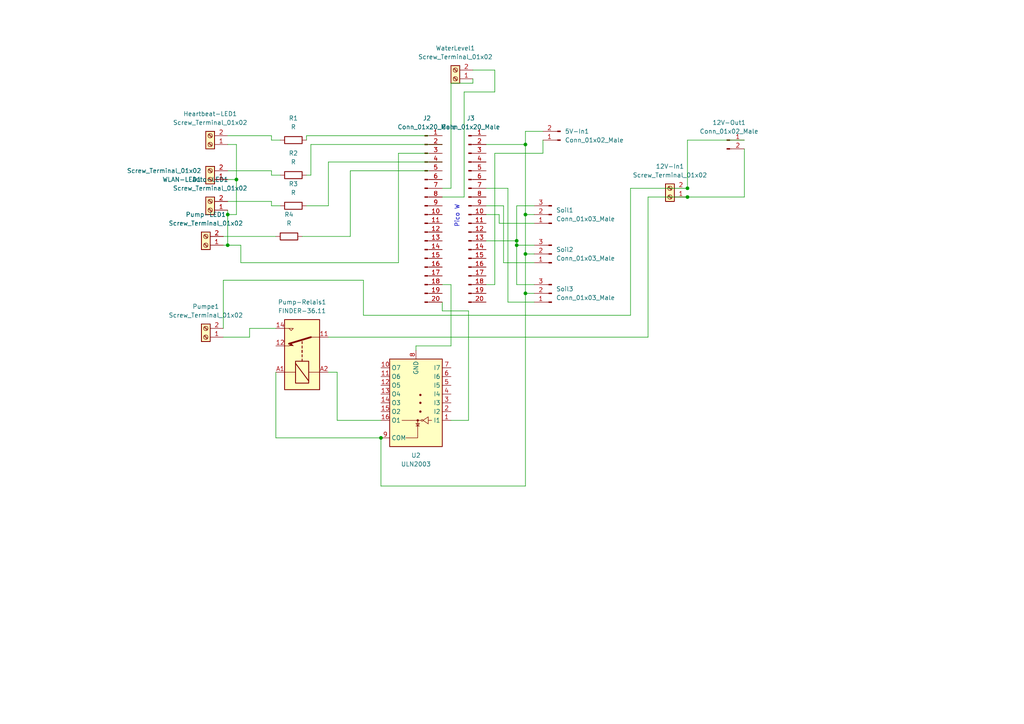
<source format=kicad_sch>
(kicad_sch (version 20211123) (generator eeschema)

  (uuid edcb1de5-d292-429a-a863-131d19b76a56)

  (paper "A4")

  (lib_symbols
    (symbol "Connector:Conn_01x02_Male" (pin_names (offset 1.016) hide) (in_bom yes) (on_board yes)
      (property "Reference" "J" (id 0) (at 0 2.54 0)
        (effects (font (size 1.27 1.27)))
      )
      (property "Value" "Conn_01x02_Male" (id 1) (at 0 -5.08 0)
        (effects (font (size 1.27 1.27)))
      )
      (property "Footprint" "" (id 2) (at 0 0 0)
        (effects (font (size 1.27 1.27)) hide)
      )
      (property "Datasheet" "~" (id 3) (at 0 0 0)
        (effects (font (size 1.27 1.27)) hide)
      )
      (property "ki_keywords" "connector" (id 4) (at 0 0 0)
        (effects (font (size 1.27 1.27)) hide)
      )
      (property "ki_description" "Generic connector, single row, 01x02, script generated (kicad-library-utils/schlib/autogen/connector/)" (id 5) (at 0 0 0)
        (effects (font (size 1.27 1.27)) hide)
      )
      (property "ki_fp_filters" "Connector*:*_1x??_*" (id 6) (at 0 0 0)
        (effects (font (size 1.27 1.27)) hide)
      )
      (symbol "Conn_01x02_Male_1_1"
        (polyline
          (pts
            (xy 1.27 -2.54)
            (xy 0.8636 -2.54)
          )
          (stroke (width 0.1524) (type default) (color 0 0 0 0))
          (fill (type none))
        )
        (polyline
          (pts
            (xy 1.27 0)
            (xy 0.8636 0)
          )
          (stroke (width 0.1524) (type default) (color 0 0 0 0))
          (fill (type none))
        )
        (rectangle (start 0.8636 -2.413) (end 0 -2.667)
          (stroke (width 0.1524) (type default) (color 0 0 0 0))
          (fill (type outline))
        )
        (rectangle (start 0.8636 0.127) (end 0 -0.127)
          (stroke (width 0.1524) (type default) (color 0 0 0 0))
          (fill (type outline))
        )
        (pin passive line (at 5.08 0 180) (length 3.81)
          (name "Pin_1" (effects (font (size 1.27 1.27))))
          (number "1" (effects (font (size 1.27 1.27))))
        )
        (pin passive line (at 5.08 -2.54 180) (length 3.81)
          (name "Pin_2" (effects (font (size 1.27 1.27))))
          (number "2" (effects (font (size 1.27 1.27))))
        )
      )
    )
    (symbol "Connector:Conn_01x03_Male" (pin_names (offset 1.016) hide) (in_bom yes) (on_board yes)
      (property "Reference" "J" (id 0) (at 0 5.08 0)
        (effects (font (size 1.27 1.27)))
      )
      (property "Value" "Conn_01x03_Male" (id 1) (at 0 -5.08 0)
        (effects (font (size 1.27 1.27)))
      )
      (property "Footprint" "" (id 2) (at 0 0 0)
        (effects (font (size 1.27 1.27)) hide)
      )
      (property "Datasheet" "~" (id 3) (at 0 0 0)
        (effects (font (size 1.27 1.27)) hide)
      )
      (property "ki_keywords" "connector" (id 4) (at 0 0 0)
        (effects (font (size 1.27 1.27)) hide)
      )
      (property "ki_description" "Generic connector, single row, 01x03, script generated (kicad-library-utils/schlib/autogen/connector/)" (id 5) (at 0 0 0)
        (effects (font (size 1.27 1.27)) hide)
      )
      (property "ki_fp_filters" "Connector*:*_1x??_*" (id 6) (at 0 0 0)
        (effects (font (size 1.27 1.27)) hide)
      )
      (symbol "Conn_01x03_Male_1_1"
        (polyline
          (pts
            (xy 1.27 -2.54)
            (xy 0.8636 -2.54)
          )
          (stroke (width 0.1524) (type default) (color 0 0 0 0))
          (fill (type none))
        )
        (polyline
          (pts
            (xy 1.27 0)
            (xy 0.8636 0)
          )
          (stroke (width 0.1524) (type default) (color 0 0 0 0))
          (fill (type none))
        )
        (polyline
          (pts
            (xy 1.27 2.54)
            (xy 0.8636 2.54)
          )
          (stroke (width 0.1524) (type default) (color 0 0 0 0))
          (fill (type none))
        )
        (rectangle (start 0.8636 -2.413) (end 0 -2.667)
          (stroke (width 0.1524) (type default) (color 0 0 0 0))
          (fill (type outline))
        )
        (rectangle (start 0.8636 0.127) (end 0 -0.127)
          (stroke (width 0.1524) (type default) (color 0 0 0 0))
          (fill (type outline))
        )
        (rectangle (start 0.8636 2.667) (end 0 2.413)
          (stroke (width 0.1524) (type default) (color 0 0 0 0))
          (fill (type outline))
        )
        (pin passive line (at 5.08 2.54 180) (length 3.81)
          (name "Pin_1" (effects (font (size 1.27 1.27))))
          (number "1" (effects (font (size 1.27 1.27))))
        )
        (pin passive line (at 5.08 0 180) (length 3.81)
          (name "Pin_2" (effects (font (size 1.27 1.27))))
          (number "2" (effects (font (size 1.27 1.27))))
        )
        (pin passive line (at 5.08 -2.54 180) (length 3.81)
          (name "Pin_3" (effects (font (size 1.27 1.27))))
          (number "3" (effects (font (size 1.27 1.27))))
        )
      )
    )
    (symbol "Connector:Conn_01x20_Male" (pin_names (offset 1.016) hide) (in_bom yes) (on_board yes)
      (property "Reference" "J" (id 0) (at 0 25.4 0)
        (effects (font (size 1.27 1.27)))
      )
      (property "Value" "Conn_01x20_Male" (id 1) (at 0 -27.94 0)
        (effects (font (size 1.27 1.27)))
      )
      (property "Footprint" "" (id 2) (at 0 0 0)
        (effects (font (size 1.27 1.27)) hide)
      )
      (property "Datasheet" "~" (id 3) (at 0 0 0)
        (effects (font (size 1.27 1.27)) hide)
      )
      (property "ki_keywords" "connector" (id 4) (at 0 0 0)
        (effects (font (size 1.27 1.27)) hide)
      )
      (property "ki_description" "Generic connector, single row, 01x20, script generated (kicad-library-utils/schlib/autogen/connector/)" (id 5) (at 0 0 0)
        (effects (font (size 1.27 1.27)) hide)
      )
      (property "ki_fp_filters" "Connector*:*_1x??_*" (id 6) (at 0 0 0)
        (effects (font (size 1.27 1.27)) hide)
      )
      (symbol "Conn_01x20_Male_1_1"
        (polyline
          (pts
            (xy 1.27 -25.4)
            (xy 0.8636 -25.4)
          )
          (stroke (width 0.1524) (type default) (color 0 0 0 0))
          (fill (type none))
        )
        (polyline
          (pts
            (xy 1.27 -22.86)
            (xy 0.8636 -22.86)
          )
          (stroke (width 0.1524) (type default) (color 0 0 0 0))
          (fill (type none))
        )
        (polyline
          (pts
            (xy 1.27 -20.32)
            (xy 0.8636 -20.32)
          )
          (stroke (width 0.1524) (type default) (color 0 0 0 0))
          (fill (type none))
        )
        (polyline
          (pts
            (xy 1.27 -17.78)
            (xy 0.8636 -17.78)
          )
          (stroke (width 0.1524) (type default) (color 0 0 0 0))
          (fill (type none))
        )
        (polyline
          (pts
            (xy 1.27 -15.24)
            (xy 0.8636 -15.24)
          )
          (stroke (width 0.1524) (type default) (color 0 0 0 0))
          (fill (type none))
        )
        (polyline
          (pts
            (xy 1.27 -12.7)
            (xy 0.8636 -12.7)
          )
          (stroke (width 0.1524) (type default) (color 0 0 0 0))
          (fill (type none))
        )
        (polyline
          (pts
            (xy 1.27 -10.16)
            (xy 0.8636 -10.16)
          )
          (stroke (width 0.1524) (type default) (color 0 0 0 0))
          (fill (type none))
        )
        (polyline
          (pts
            (xy 1.27 -7.62)
            (xy 0.8636 -7.62)
          )
          (stroke (width 0.1524) (type default) (color 0 0 0 0))
          (fill (type none))
        )
        (polyline
          (pts
            (xy 1.27 -5.08)
            (xy 0.8636 -5.08)
          )
          (stroke (width 0.1524) (type default) (color 0 0 0 0))
          (fill (type none))
        )
        (polyline
          (pts
            (xy 1.27 -2.54)
            (xy 0.8636 -2.54)
          )
          (stroke (width 0.1524) (type default) (color 0 0 0 0))
          (fill (type none))
        )
        (polyline
          (pts
            (xy 1.27 0)
            (xy 0.8636 0)
          )
          (stroke (width 0.1524) (type default) (color 0 0 0 0))
          (fill (type none))
        )
        (polyline
          (pts
            (xy 1.27 2.54)
            (xy 0.8636 2.54)
          )
          (stroke (width 0.1524) (type default) (color 0 0 0 0))
          (fill (type none))
        )
        (polyline
          (pts
            (xy 1.27 5.08)
            (xy 0.8636 5.08)
          )
          (stroke (width 0.1524) (type default) (color 0 0 0 0))
          (fill (type none))
        )
        (polyline
          (pts
            (xy 1.27 7.62)
            (xy 0.8636 7.62)
          )
          (stroke (width 0.1524) (type default) (color 0 0 0 0))
          (fill (type none))
        )
        (polyline
          (pts
            (xy 1.27 10.16)
            (xy 0.8636 10.16)
          )
          (stroke (width 0.1524) (type default) (color 0 0 0 0))
          (fill (type none))
        )
        (polyline
          (pts
            (xy 1.27 12.7)
            (xy 0.8636 12.7)
          )
          (stroke (width 0.1524) (type default) (color 0 0 0 0))
          (fill (type none))
        )
        (polyline
          (pts
            (xy 1.27 15.24)
            (xy 0.8636 15.24)
          )
          (stroke (width 0.1524) (type default) (color 0 0 0 0))
          (fill (type none))
        )
        (polyline
          (pts
            (xy 1.27 17.78)
            (xy 0.8636 17.78)
          )
          (stroke (width 0.1524) (type default) (color 0 0 0 0))
          (fill (type none))
        )
        (polyline
          (pts
            (xy 1.27 20.32)
            (xy 0.8636 20.32)
          )
          (stroke (width 0.1524) (type default) (color 0 0 0 0))
          (fill (type none))
        )
        (polyline
          (pts
            (xy 1.27 22.86)
            (xy 0.8636 22.86)
          )
          (stroke (width 0.1524) (type default) (color 0 0 0 0))
          (fill (type none))
        )
        (rectangle (start 0.8636 -25.273) (end 0 -25.527)
          (stroke (width 0.1524) (type default) (color 0 0 0 0))
          (fill (type outline))
        )
        (rectangle (start 0.8636 -22.733) (end 0 -22.987)
          (stroke (width 0.1524) (type default) (color 0 0 0 0))
          (fill (type outline))
        )
        (rectangle (start 0.8636 -20.193) (end 0 -20.447)
          (stroke (width 0.1524) (type default) (color 0 0 0 0))
          (fill (type outline))
        )
        (rectangle (start 0.8636 -17.653) (end 0 -17.907)
          (stroke (width 0.1524) (type default) (color 0 0 0 0))
          (fill (type outline))
        )
        (rectangle (start 0.8636 -15.113) (end 0 -15.367)
          (stroke (width 0.1524) (type default) (color 0 0 0 0))
          (fill (type outline))
        )
        (rectangle (start 0.8636 -12.573) (end 0 -12.827)
          (stroke (width 0.1524) (type default) (color 0 0 0 0))
          (fill (type outline))
        )
        (rectangle (start 0.8636 -10.033) (end 0 -10.287)
          (stroke (width 0.1524) (type default) (color 0 0 0 0))
          (fill (type outline))
        )
        (rectangle (start 0.8636 -7.493) (end 0 -7.747)
          (stroke (width 0.1524) (type default) (color 0 0 0 0))
          (fill (type outline))
        )
        (rectangle (start 0.8636 -4.953) (end 0 -5.207)
          (stroke (width 0.1524) (type default) (color 0 0 0 0))
          (fill (type outline))
        )
        (rectangle (start 0.8636 -2.413) (end 0 -2.667)
          (stroke (width 0.1524) (type default) (color 0 0 0 0))
          (fill (type outline))
        )
        (rectangle (start 0.8636 0.127) (end 0 -0.127)
          (stroke (width 0.1524) (type default) (color 0 0 0 0))
          (fill (type outline))
        )
        (rectangle (start 0.8636 2.667) (end 0 2.413)
          (stroke (width 0.1524) (type default) (color 0 0 0 0))
          (fill (type outline))
        )
        (rectangle (start 0.8636 5.207) (end 0 4.953)
          (stroke (width 0.1524) (type default) (color 0 0 0 0))
          (fill (type outline))
        )
        (rectangle (start 0.8636 7.747) (end 0 7.493)
          (stroke (width 0.1524) (type default) (color 0 0 0 0))
          (fill (type outline))
        )
        (rectangle (start 0.8636 10.287) (end 0 10.033)
          (stroke (width 0.1524) (type default) (color 0 0 0 0))
          (fill (type outline))
        )
        (rectangle (start 0.8636 12.827) (end 0 12.573)
          (stroke (width 0.1524) (type default) (color 0 0 0 0))
          (fill (type outline))
        )
        (rectangle (start 0.8636 15.367) (end 0 15.113)
          (stroke (width 0.1524) (type default) (color 0 0 0 0))
          (fill (type outline))
        )
        (rectangle (start 0.8636 17.907) (end 0 17.653)
          (stroke (width 0.1524) (type default) (color 0 0 0 0))
          (fill (type outline))
        )
        (rectangle (start 0.8636 20.447) (end 0 20.193)
          (stroke (width 0.1524) (type default) (color 0 0 0 0))
          (fill (type outline))
        )
        (rectangle (start 0.8636 22.987) (end 0 22.733)
          (stroke (width 0.1524) (type default) (color 0 0 0 0))
          (fill (type outline))
        )
        (pin passive line (at 5.08 22.86 180) (length 3.81)
          (name "Pin_1" (effects (font (size 1.27 1.27))))
          (number "1" (effects (font (size 1.27 1.27))))
        )
        (pin passive line (at 5.08 0 180) (length 3.81)
          (name "Pin_10" (effects (font (size 1.27 1.27))))
          (number "10" (effects (font (size 1.27 1.27))))
        )
        (pin passive line (at 5.08 -2.54 180) (length 3.81)
          (name "Pin_11" (effects (font (size 1.27 1.27))))
          (number "11" (effects (font (size 1.27 1.27))))
        )
        (pin passive line (at 5.08 -5.08 180) (length 3.81)
          (name "Pin_12" (effects (font (size 1.27 1.27))))
          (number "12" (effects (font (size 1.27 1.27))))
        )
        (pin passive line (at 5.08 -7.62 180) (length 3.81)
          (name "Pin_13" (effects (font (size 1.27 1.27))))
          (number "13" (effects (font (size 1.27 1.27))))
        )
        (pin passive line (at 5.08 -10.16 180) (length 3.81)
          (name "Pin_14" (effects (font (size 1.27 1.27))))
          (number "14" (effects (font (size 1.27 1.27))))
        )
        (pin passive line (at 5.08 -12.7 180) (length 3.81)
          (name "Pin_15" (effects (font (size 1.27 1.27))))
          (number "15" (effects (font (size 1.27 1.27))))
        )
        (pin passive line (at 5.08 -15.24 180) (length 3.81)
          (name "Pin_16" (effects (font (size 1.27 1.27))))
          (number "16" (effects (font (size 1.27 1.27))))
        )
        (pin passive line (at 5.08 -17.78 180) (length 3.81)
          (name "Pin_17" (effects (font (size 1.27 1.27))))
          (number "17" (effects (font (size 1.27 1.27))))
        )
        (pin passive line (at 5.08 -20.32 180) (length 3.81)
          (name "Pin_18" (effects (font (size 1.27 1.27))))
          (number "18" (effects (font (size 1.27 1.27))))
        )
        (pin passive line (at 5.08 -22.86 180) (length 3.81)
          (name "Pin_19" (effects (font (size 1.27 1.27))))
          (number "19" (effects (font (size 1.27 1.27))))
        )
        (pin passive line (at 5.08 20.32 180) (length 3.81)
          (name "Pin_2" (effects (font (size 1.27 1.27))))
          (number "2" (effects (font (size 1.27 1.27))))
        )
        (pin passive line (at 5.08 -25.4 180) (length 3.81)
          (name "Pin_20" (effects (font (size 1.27 1.27))))
          (number "20" (effects (font (size 1.27 1.27))))
        )
        (pin passive line (at 5.08 17.78 180) (length 3.81)
          (name "Pin_3" (effects (font (size 1.27 1.27))))
          (number "3" (effects (font (size 1.27 1.27))))
        )
        (pin passive line (at 5.08 15.24 180) (length 3.81)
          (name "Pin_4" (effects (font (size 1.27 1.27))))
          (number "4" (effects (font (size 1.27 1.27))))
        )
        (pin passive line (at 5.08 12.7 180) (length 3.81)
          (name "Pin_5" (effects (font (size 1.27 1.27))))
          (number "5" (effects (font (size 1.27 1.27))))
        )
        (pin passive line (at 5.08 10.16 180) (length 3.81)
          (name "Pin_6" (effects (font (size 1.27 1.27))))
          (number "6" (effects (font (size 1.27 1.27))))
        )
        (pin passive line (at 5.08 7.62 180) (length 3.81)
          (name "Pin_7" (effects (font (size 1.27 1.27))))
          (number "7" (effects (font (size 1.27 1.27))))
        )
        (pin passive line (at 5.08 5.08 180) (length 3.81)
          (name "Pin_8" (effects (font (size 1.27 1.27))))
          (number "8" (effects (font (size 1.27 1.27))))
        )
        (pin passive line (at 5.08 2.54 180) (length 3.81)
          (name "Pin_9" (effects (font (size 1.27 1.27))))
          (number "9" (effects (font (size 1.27 1.27))))
        )
      )
    )
    (symbol "Connector:Screw_Terminal_01x02" (pin_names (offset 1.016) hide) (in_bom yes) (on_board yes)
      (property "Reference" "J" (id 0) (at 0 2.54 0)
        (effects (font (size 1.27 1.27)))
      )
      (property "Value" "Screw_Terminal_01x02" (id 1) (at 0 -5.08 0)
        (effects (font (size 1.27 1.27)))
      )
      (property "Footprint" "" (id 2) (at 0 0 0)
        (effects (font (size 1.27 1.27)) hide)
      )
      (property "Datasheet" "~" (id 3) (at 0 0 0)
        (effects (font (size 1.27 1.27)) hide)
      )
      (property "ki_keywords" "screw terminal" (id 4) (at 0 0 0)
        (effects (font (size 1.27 1.27)) hide)
      )
      (property "ki_description" "Generic screw terminal, single row, 01x02, script generated (kicad-library-utils/schlib/autogen/connector/)" (id 5) (at 0 0 0)
        (effects (font (size 1.27 1.27)) hide)
      )
      (property "ki_fp_filters" "TerminalBlock*:*" (id 6) (at 0 0 0)
        (effects (font (size 1.27 1.27)) hide)
      )
      (symbol "Screw_Terminal_01x02_1_1"
        (rectangle (start -1.27 1.27) (end 1.27 -3.81)
          (stroke (width 0.254) (type default) (color 0 0 0 0))
          (fill (type background))
        )
        (circle (center 0 -2.54) (radius 0.635)
          (stroke (width 0.1524) (type default) (color 0 0 0 0))
          (fill (type none))
        )
        (polyline
          (pts
            (xy -0.5334 -2.2098)
            (xy 0.3302 -3.048)
          )
          (stroke (width 0.1524) (type default) (color 0 0 0 0))
          (fill (type none))
        )
        (polyline
          (pts
            (xy -0.5334 0.3302)
            (xy 0.3302 -0.508)
          )
          (stroke (width 0.1524) (type default) (color 0 0 0 0))
          (fill (type none))
        )
        (polyline
          (pts
            (xy -0.3556 -2.032)
            (xy 0.508 -2.8702)
          )
          (stroke (width 0.1524) (type default) (color 0 0 0 0))
          (fill (type none))
        )
        (polyline
          (pts
            (xy -0.3556 0.508)
            (xy 0.508 -0.3302)
          )
          (stroke (width 0.1524) (type default) (color 0 0 0 0))
          (fill (type none))
        )
        (circle (center 0 0) (radius 0.635)
          (stroke (width 0.1524) (type default) (color 0 0 0 0))
          (fill (type none))
        )
        (pin passive line (at -5.08 0 0) (length 3.81)
          (name "Pin_1" (effects (font (size 1.27 1.27))))
          (number "1" (effects (font (size 1.27 1.27))))
        )
        (pin passive line (at -5.08 -2.54 0) (length 3.81)
          (name "Pin_2" (effects (font (size 1.27 1.27))))
          (number "2" (effects (font (size 1.27 1.27))))
        )
      )
    )
    (symbol "Device:R" (pin_numbers hide) (pin_names (offset 0)) (in_bom yes) (on_board yes)
      (property "Reference" "R" (id 0) (at 2.032 0 90)
        (effects (font (size 1.27 1.27)))
      )
      (property "Value" "R" (id 1) (at 0 0 90)
        (effects (font (size 1.27 1.27)))
      )
      (property "Footprint" "" (id 2) (at -1.778 0 90)
        (effects (font (size 1.27 1.27)) hide)
      )
      (property "Datasheet" "~" (id 3) (at 0 0 0)
        (effects (font (size 1.27 1.27)) hide)
      )
      (property "ki_keywords" "R res resistor" (id 4) (at 0 0 0)
        (effects (font (size 1.27 1.27)) hide)
      )
      (property "ki_description" "Resistor" (id 5) (at 0 0 0)
        (effects (font (size 1.27 1.27)) hide)
      )
      (property "ki_fp_filters" "R_*" (id 6) (at 0 0 0)
        (effects (font (size 1.27 1.27)) hide)
      )
      (symbol "R_0_1"
        (rectangle (start -1.016 -2.54) (end 1.016 2.54)
          (stroke (width 0.254) (type default) (color 0 0 0 0))
          (fill (type none))
        )
      )
      (symbol "R_1_1"
        (pin passive line (at 0 3.81 270) (length 1.27)
          (name "~" (effects (font (size 1.27 1.27))))
          (number "1" (effects (font (size 1.27 1.27))))
        )
        (pin passive line (at 0 -3.81 90) (length 1.27)
          (name "~" (effects (font (size 1.27 1.27))))
          (number "2" (effects (font (size 1.27 1.27))))
        )
      )
    )
    (symbol "Relay:FINDER-36.11" (in_bom yes) (on_board yes)
      (property "Reference" "K" (id 0) (at 11.43 3.81 0)
        (effects (font (size 1.27 1.27)) (justify left))
      )
      (property "Value" "FINDER-36.11" (id 1) (at 11.43 1.27 0)
        (effects (font (size 1.27 1.27)) (justify left))
      )
      (property "Footprint" "Relay_THT:Relay_SPDT_Finder_36.11" (id 2) (at 32.258 -0.762 0)
        (effects (font (size 1.27 1.27)) hide)
      )
      (property "Datasheet" "https://gfinder.findernet.com/public/attachments/36/EN/S36EN.pdf" (id 3) (at 0 0 0)
        (effects (font (size 1.27 1.27)) hide)
      )
      (property "ki_keywords" "spdt relay" (id 4) (at 0 0 0)
        (effects (font (size 1.27 1.27)) hide)
      )
      (property "ki_description" "FINDER 36.11, SPDT relay, 10A" (id 5) (at 0 0 0)
        (effects (font (size 1.27 1.27)) hide)
      )
      (property "ki_fp_filters" "Relay*SPDT*Finder*36.11*" (id 6) (at 0 0 0)
        (effects (font (size 1.27 1.27)) hide)
      )
      (symbol "FINDER-36.11_0_0"
        (polyline
          (pts
            (xy 2.54 3.81)
            (xy 2.54 5.08)
          )
          (stroke (width 0) (type default) (color 0 0 0 0))
          (fill (type none))
        )
        (polyline
          (pts
            (xy 7.62 3.81)
            (xy 7.62 5.08)
          )
          (stroke (width 0) (type default) (color 0 0 0 0))
          (fill (type none))
        )
        (polyline
          (pts
            (xy 7.62 3.81)
            (xy 7.62 2.54)
            (xy 6.985 3.175)
            (xy 7.62 3.81)
          )
          (stroke (width 0) (type default) (color 0 0 0 0))
          (fill (type none))
        )
      )
      (symbol "FINDER-36.11_0_1"
        (rectangle (start -10.16 5.08) (end 10.16 -5.08)
          (stroke (width 0.254) (type default) (color 0 0 0 0))
          (fill (type background))
        )
        (rectangle (start -8.255 1.905) (end -1.905 -1.905)
          (stroke (width 0.254) (type default) (color 0 0 0 0))
          (fill (type none))
        )
        (polyline
          (pts
            (xy -7.62 -1.905)
            (xy -2.54 1.905)
          )
          (stroke (width 0.254) (type default) (color 0 0 0 0))
          (fill (type none))
        )
        (polyline
          (pts
            (xy -5.08 -5.08)
            (xy -5.08 -1.905)
          )
          (stroke (width 0) (type default) (color 0 0 0 0))
          (fill (type none))
        )
        (polyline
          (pts
            (xy -5.08 5.08)
            (xy -5.08 1.905)
          )
          (stroke (width 0) (type default) (color 0 0 0 0))
          (fill (type none))
        )
        (polyline
          (pts
            (xy -1.905 0)
            (xy -1.27 0)
          )
          (stroke (width 0.254) (type default) (color 0 0 0 0))
          (fill (type none))
        )
        (polyline
          (pts
            (xy -0.635 0)
            (xy 0 0)
          )
          (stroke (width 0.254) (type default) (color 0 0 0 0))
          (fill (type none))
        )
        (polyline
          (pts
            (xy 0.635 0)
            (xy 1.27 0)
          )
          (stroke (width 0.254) (type default) (color 0 0 0 0))
          (fill (type none))
        )
        (polyline
          (pts
            (xy 0.635 0)
            (xy 1.27 0)
          )
          (stroke (width 0.254) (type default) (color 0 0 0 0))
          (fill (type none))
        )
        (polyline
          (pts
            (xy 1.905 0)
            (xy 2.54 0)
          )
          (stroke (width 0.254) (type default) (color 0 0 0 0))
          (fill (type none))
        )
        (polyline
          (pts
            (xy 3.175 0)
            (xy 3.81 0)
          )
          (stroke (width 0.254) (type default) (color 0 0 0 0))
          (fill (type none))
        )
        (polyline
          (pts
            (xy 5.08 -2.54)
            (xy 3.175 3.81)
          )
          (stroke (width 0.508) (type default) (color 0 0 0 0))
          (fill (type none))
        )
        (polyline
          (pts
            (xy 5.08 -2.54)
            (xy 5.08 -5.08)
          )
          (stroke (width 0) (type default) (color 0 0 0 0))
          (fill (type none))
        )
        (polyline
          (pts
            (xy 2.54 2.54)
            (xy 3.175 3.175)
            (xy 2.54 3.81)
          )
          (stroke (width 0) (type default) (color 0 0 0 0))
          (fill (type outline))
        )
      )
      (symbol "FINDER-36.11_1_1"
        (pin passive line (at 5.08 -7.62 90) (length 2.54)
          (name "~" (effects (font (size 1.27 1.27))))
          (number "11" (effects (font (size 1.27 1.27))))
        )
        (pin passive line (at 2.54 7.62 270) (length 2.54)
          (name "~" (effects (font (size 1.27 1.27))))
          (number "12" (effects (font (size 1.27 1.27))))
        )
        (pin passive line (at 7.62 7.62 270) (length 2.54)
          (name "~" (effects (font (size 1.27 1.27))))
          (number "14" (effects (font (size 1.27 1.27))))
        )
        (pin passive line (at -5.08 7.62 270) (length 2.54)
          (name "~" (effects (font (size 1.27 1.27))))
          (number "A1" (effects (font (size 1.27 1.27))))
        )
        (pin passive line (at -5.08 -7.62 90) (length 2.54)
          (name "~" (effects (font (size 1.27 1.27))))
          (number "A2" (effects (font (size 1.27 1.27))))
        )
      )
    )
    (symbol "Transistor_Array:ULN2003" (in_bom yes) (on_board yes)
      (property "Reference" "U" (id 0) (at 0 15.875 0)
        (effects (font (size 1.27 1.27)))
      )
      (property "Value" "ULN2003" (id 1) (at 0 13.97 0)
        (effects (font (size 1.27 1.27)))
      )
      (property "Footprint" "" (id 2) (at 1.27 -13.97 0)
        (effects (font (size 1.27 1.27)) (justify left) hide)
      )
      (property "Datasheet" "http://www.ti.com/lit/ds/symlink/uln2003a.pdf" (id 3) (at 2.54 -5.08 0)
        (effects (font (size 1.27 1.27)) hide)
      )
      (property "ki_keywords" "darlington transistor array" (id 4) (at 0 0 0)
        (effects (font (size 1.27 1.27)) hide)
      )
      (property "ki_description" "High Voltage, High Current Darlington Transistor Arrays, SOIC16/SOIC16W/DIP16/TSSOP16" (id 5) (at 0 0 0)
        (effects (font (size 1.27 1.27)) hide)
      )
      (property "ki_fp_filters" "DIP*W7.62mm* SOIC*3.9x9.9mm*P1.27mm* SSOP*4.4x5.2mm*P0.65mm* TSSOP*4.4x5mm*P0.65mm* SOIC*W*5.3x10.2mm*P1.27mm*" (id 6) (at 0 0 0)
        (effects (font (size 1.27 1.27)) hide)
      )
      (symbol "ULN2003_0_1"
        (rectangle (start -7.62 -12.7) (end 7.62 12.7)
          (stroke (width 0.254) (type default) (color 0 0 0 0))
          (fill (type background))
        )
        (circle (center -1.778 5.08) (radius 0.254)
          (stroke (width 0) (type default) (color 0 0 0 0))
          (fill (type none))
        )
        (circle (center -1.27 -2.286) (radius 0.254)
          (stroke (width 0) (type default) (color 0 0 0 0))
          (fill (type outline))
        )
        (circle (center -1.27 0) (radius 0.254)
          (stroke (width 0) (type default) (color 0 0 0 0))
          (fill (type outline))
        )
        (circle (center -1.27 2.54) (radius 0.254)
          (stroke (width 0) (type default) (color 0 0 0 0))
          (fill (type outline))
        )
        (circle (center -0.508 5.08) (radius 0.254)
          (stroke (width 0) (type default) (color 0 0 0 0))
          (fill (type outline))
        )
        (polyline
          (pts
            (xy -4.572 5.08)
            (xy -3.556 5.08)
          )
          (stroke (width 0) (type default) (color 0 0 0 0))
          (fill (type none))
        )
        (polyline
          (pts
            (xy -1.524 5.08)
            (xy 4.064 5.08)
          )
          (stroke (width 0) (type default) (color 0 0 0 0))
          (fill (type none))
        )
        (polyline
          (pts
            (xy 0 6.731)
            (xy -1.016 6.731)
          )
          (stroke (width 0) (type default) (color 0 0 0 0))
          (fill (type none))
        )
        (polyline
          (pts
            (xy -0.508 5.08)
            (xy -0.508 10.16)
            (xy 2.921 10.16)
          )
          (stroke (width 0) (type default) (color 0 0 0 0))
          (fill (type none))
        )
        (polyline
          (pts
            (xy -3.556 6.096)
            (xy -3.556 4.064)
            (xy -2.032 5.08)
            (xy -3.556 6.096)
          )
          (stroke (width 0) (type default) (color 0 0 0 0))
          (fill (type none))
        )
        (polyline
          (pts
            (xy 0 5.969)
            (xy -1.016 5.969)
            (xy -0.508 6.731)
            (xy 0 5.969)
          )
          (stroke (width 0) (type default) (color 0 0 0 0))
          (fill (type none))
        )
      )
      (symbol "ULN2003_1_1"
        (pin input line (at -10.16 5.08 0) (length 2.54)
          (name "I1" (effects (font (size 1.27 1.27))))
          (number "1" (effects (font (size 1.27 1.27))))
        )
        (pin open_collector line (at 10.16 -10.16 180) (length 2.54)
          (name "O7" (effects (font (size 1.27 1.27))))
          (number "10" (effects (font (size 1.27 1.27))))
        )
        (pin open_collector line (at 10.16 -7.62 180) (length 2.54)
          (name "O6" (effects (font (size 1.27 1.27))))
          (number "11" (effects (font (size 1.27 1.27))))
        )
        (pin open_collector line (at 10.16 -5.08 180) (length 2.54)
          (name "O5" (effects (font (size 1.27 1.27))))
          (number "12" (effects (font (size 1.27 1.27))))
        )
        (pin open_collector line (at 10.16 -2.54 180) (length 2.54)
          (name "O4" (effects (font (size 1.27 1.27))))
          (number "13" (effects (font (size 1.27 1.27))))
        )
        (pin open_collector line (at 10.16 0 180) (length 2.54)
          (name "O3" (effects (font (size 1.27 1.27))))
          (number "14" (effects (font (size 1.27 1.27))))
        )
        (pin open_collector line (at 10.16 2.54 180) (length 2.54)
          (name "O2" (effects (font (size 1.27 1.27))))
          (number "15" (effects (font (size 1.27 1.27))))
        )
        (pin open_collector line (at 10.16 5.08 180) (length 2.54)
          (name "O1" (effects (font (size 1.27 1.27))))
          (number "16" (effects (font (size 1.27 1.27))))
        )
        (pin input line (at -10.16 2.54 0) (length 2.54)
          (name "I2" (effects (font (size 1.27 1.27))))
          (number "2" (effects (font (size 1.27 1.27))))
        )
        (pin input line (at -10.16 0 0) (length 2.54)
          (name "I3" (effects (font (size 1.27 1.27))))
          (number "3" (effects (font (size 1.27 1.27))))
        )
        (pin input line (at -10.16 -2.54 0) (length 2.54)
          (name "I4" (effects (font (size 1.27 1.27))))
          (number "4" (effects (font (size 1.27 1.27))))
        )
        (pin input line (at -10.16 -5.08 0) (length 2.54)
          (name "I5" (effects (font (size 1.27 1.27))))
          (number "5" (effects (font (size 1.27 1.27))))
        )
        (pin input line (at -10.16 -7.62 0) (length 2.54)
          (name "I6" (effects (font (size 1.27 1.27))))
          (number "6" (effects (font (size 1.27 1.27))))
        )
        (pin input line (at -10.16 -10.16 0) (length 2.54)
          (name "I7" (effects (font (size 1.27 1.27))))
          (number "7" (effects (font (size 1.27 1.27))))
        )
        (pin power_in line (at 0 -15.24 90) (length 2.54)
          (name "GND" (effects (font (size 1.27 1.27))))
          (number "8" (effects (font (size 1.27 1.27))))
        )
        (pin passive line (at 10.16 10.16 180) (length 2.54)
          (name "COM" (effects (font (size 1.27 1.27))))
          (number "9" (effects (font (size 1.27 1.27))))
        )
      )
    )
  )

  (junction (at 149.86 71.12) (diameter 0) (color 0 0 0 0)
    (uuid 0084058c-582d-4122-bf49-6d4228956336)
  )
  (junction (at 199.39 57.15) (diameter 0) (color 0 0 0 0)
    (uuid 06d0c194-0ad1-4e5b-b7d7-35a2dd20d68e)
  )
  (junction (at 152.4 41.91) (diameter 0) (color 0 0 0 0)
    (uuid 0e0a38fa-d8c5-4279-a5d5-8910347c01c8)
  )
  (junction (at 152.4 62.23) (diameter 0) (color 0 0 0 0)
    (uuid 1045753e-9e67-46fc-bd1e-bc454ff1e5e1)
  )
  (junction (at 66.04 62.23) (diameter 0) (color 0 0 0 0)
    (uuid 1d285b97-afd5-4104-9e75-8a238449afaf)
  )
  (junction (at 149.86 69.85) (diameter 0) (color 0 0 0 0)
    (uuid 2e5fdd8f-b014-4601-8d13-30b6f0b975fd)
  )
  (junction (at 199.39 54.61) (diameter 0) (color 0 0 0 0)
    (uuid 5021a65e-3526-400e-a2c3-0794ceb5e3b2)
  )
  (junction (at 110.49 127) (diameter 0) (color 0 0 0 0)
    (uuid 790b2e12-35be-44ab-913a-95d7ffd85c9d)
  )
  (junction (at 152.4 73.66) (diameter 0) (color 0 0 0 0)
    (uuid 7c3e63d8-17ff-45df-a132-d82b4f0f680b)
  )
  (junction (at 68.58 52.07) (diameter 0) (color 0 0 0 0)
    (uuid 919ee7ed-45b7-43f6-8c7f-e3b895d6fb4a)
  )
  (junction (at 66.04 71.12) (diameter 0) (color 0 0 0 0)
    (uuid d2926621-ec01-4d96-b26c-d8e5c42cdba1)
  )
  (junction (at 152.4 85.09) (diameter 0) (color 0 0 0 0)
    (uuid dd59bdf0-0cea-45bc-aed4-6fbea7f746ec)
  )

  (wire (pts (xy 69.85 76.2) (xy 115.57 76.2))
    (stroke (width 0) (type default) (color 0 0 0 0))
    (uuid 024f3235-85e0-4d0b-84b8-8c649fe4561d)
  )
  (wire (pts (xy 105.41 81.28) (xy 64.77 81.28))
    (stroke (width 0) (type default) (color 0 0 0 0))
    (uuid 0449502c-350d-4220-92cc-874b68ac5210)
  )
  (wire (pts (xy 154.94 85.09) (xy 152.4 85.09))
    (stroke (width 0) (type default) (color 0 0 0 0))
    (uuid 049c3185-e6f4-4f80-b19e-b20c67c7e43e)
  )
  (wire (pts (xy 137.16 22.86) (xy 137.16 24.13))
    (stroke (width 0) (type default) (color 0 0 0 0))
    (uuid 05918520-c3ac-415a-bbf9-830cf05fb155)
  )
  (wire (pts (xy 90.17 41.91) (xy 128.27 41.91))
    (stroke (width 0) (type default) (color 0 0 0 0))
    (uuid 0e960677-9b43-4231-92a5-460525bdf5de)
  )
  (wire (pts (xy 130.81 82.55) (xy 130.81 100.33))
    (stroke (width 0) (type default) (color 0 0 0 0))
    (uuid 0f5497bd-19ce-4db5-b329-5c095cfba1f4)
  )
  (wire (pts (xy 130.81 24.13) (xy 130.81 54.61))
    (stroke (width 0) (type default) (color 0 0 0 0))
    (uuid 10a794bd-27d9-409e-85ed-47cef84b36bb)
  )
  (wire (pts (xy 101.6 49.53) (xy 128.27 49.53))
    (stroke (width 0) (type default) (color 0 0 0 0))
    (uuid 14119940-c37e-4eda-86b6-dc95bfa60ba7)
  )
  (wire (pts (xy 130.81 100.33) (xy 120.65 100.33))
    (stroke (width 0) (type default) (color 0 0 0 0))
    (uuid 198d63cf-0d40-4f98-8e43-cf4f872c8e46)
  )
  (wire (pts (xy 152.4 62.23) (xy 152.4 73.66))
    (stroke (width 0) (type default) (color 0 0 0 0))
    (uuid 2046c6d2-e5de-48fd-9403-7c35c4e43d44)
  )
  (wire (pts (xy 120.65 100.33) (xy 120.65 101.6))
    (stroke (width 0) (type default) (color 0 0 0 0))
    (uuid 20a7c977-4f99-4d9a-9301-69d9705af5aa)
  )
  (wire (pts (xy 130.81 121.92) (xy 135.89 121.92))
    (stroke (width 0) (type default) (color 0 0 0 0))
    (uuid 239444ab-202c-499e-b73c-951a62902124)
  )
  (wire (pts (xy 110.49 121.92) (xy 97.79 121.92))
    (stroke (width 0) (type default) (color 0 0 0 0))
    (uuid 26477760-2bfc-49c7-a475-f3b50c2420be)
  )
  (wire (pts (xy 97.79 107.95) (xy 95.25 107.95))
    (stroke (width 0) (type default) (color 0 0 0 0))
    (uuid 2723a18a-f801-4594-962e-66ccf3d20d3d)
  )
  (wire (pts (xy 115.57 44.45) (xy 128.27 44.45))
    (stroke (width 0) (type default) (color 0 0 0 0))
    (uuid 2867cf0e-f2b3-4097-895f-6f0b59105e00)
  )
  (wire (pts (xy 66.04 62.23) (xy 68.58 62.23))
    (stroke (width 0) (type default) (color 0 0 0 0))
    (uuid 28af63dc-d41e-4afe-903d-2b630e7958cd)
  )
  (wire (pts (xy 135.89 90.17) (xy 128.27 90.17))
    (stroke (width 0) (type default) (color 0 0 0 0))
    (uuid 29312bfa-4967-4a31-92de-799f74a3e36d)
  )
  (wire (pts (xy 64.77 81.28) (xy 64.77 95.25))
    (stroke (width 0) (type default) (color 0 0 0 0))
    (uuid 2a99308b-1da1-4a46-9d42-45dd23e5e59f)
  )
  (wire (pts (xy 143.51 82.55) (xy 143.51 44.45))
    (stroke (width 0) (type default) (color 0 0 0 0))
    (uuid 2df45f6b-06c7-467c-8529-453ec24e082b)
  )
  (wire (pts (xy 146.05 76.2) (xy 146.05 59.69))
    (stroke (width 0) (type default) (color 0 0 0 0))
    (uuid 3864fb88-55b4-4e1f-a309-1b2bede98e6d)
  )
  (wire (pts (xy 97.79 121.92) (xy 97.79 107.95))
    (stroke (width 0) (type default) (color 0 0 0 0))
    (uuid 3af0013d-59d5-4806-8898-20de6032f802)
  )
  (wire (pts (xy 95.25 97.79) (xy 187.96 97.79))
    (stroke (width 0) (type default) (color 0 0 0 0))
    (uuid 41c07c19-0f5c-4754-adcf-e390d92bb42e)
  )
  (wire (pts (xy 215.9 43.18) (xy 215.9 57.15))
    (stroke (width 0) (type default) (color 0 0 0 0))
    (uuid 44bebe2f-0628-4acb-a526-68c483666245)
  )
  (wire (pts (xy 115.57 76.2) (xy 115.57 44.45))
    (stroke (width 0) (type default) (color 0 0 0 0))
    (uuid 467eea91-ce37-40f6-aef3-5be0f53f75ed)
  )
  (wire (pts (xy 149.86 69.85) (xy 149.86 71.12))
    (stroke (width 0) (type default) (color 0 0 0 0))
    (uuid 4ad04ea1-d654-4699-9f60-655328497b63)
  )
  (wire (pts (xy 149.86 71.12) (xy 149.86 82.55))
    (stroke (width 0) (type default) (color 0 0 0 0))
    (uuid 4ba1dd24-dc97-436a-8c12-92d30a4c3940)
  )
  (wire (pts (xy 128.27 90.17) (xy 128.27 87.63))
    (stroke (width 0) (type default) (color 0 0 0 0))
    (uuid 4c9c2d91-4f66-4f11-9741-3e80699d7f00)
  )
  (wire (pts (xy 187.96 97.79) (xy 187.96 57.15))
    (stroke (width 0) (type default) (color 0 0 0 0))
    (uuid 4d729e87-c36e-4127-a861-c08330767313)
  )
  (wire (pts (xy 64.77 68.58) (xy 80.01 68.58))
    (stroke (width 0) (type default) (color 0 0 0 0))
    (uuid 4e1425fc-e020-4b0e-9612-6ebcf84adf93)
  )
  (wire (pts (xy 78.74 50.8) (xy 81.28 50.8))
    (stroke (width 0) (type default) (color 0 0 0 0))
    (uuid 4efd8133-3df5-4986-bc9e-855b990c6f4b)
  )
  (wire (pts (xy 134.62 26.67) (xy 134.62 57.15))
    (stroke (width 0) (type default) (color 0 0 0 0))
    (uuid 512afd5b-a857-4503-99e3-a86b182ede23)
  )
  (wire (pts (xy 130.81 54.61) (xy 128.27 54.61))
    (stroke (width 0) (type default) (color 0 0 0 0))
    (uuid 52826b2f-5f66-48ae-8677-c6551dbab25b)
  )
  (wire (pts (xy 68.58 62.23) (xy 68.58 52.07))
    (stroke (width 0) (type default) (color 0 0 0 0))
    (uuid 546b802d-16e6-490e-977c-37782c448931)
  )
  (wire (pts (xy 87.63 68.58) (xy 101.6 68.58))
    (stroke (width 0) (type default) (color 0 0 0 0))
    (uuid 5dd0562c-04f4-4634-8feb-98ad24809660)
  )
  (wire (pts (xy 154.94 62.23) (xy 152.4 62.23))
    (stroke (width 0) (type default) (color 0 0 0 0))
    (uuid 5deea1cc-d4f9-421a-88b2-29bc1d897cf3)
  )
  (wire (pts (xy 95.25 46.99) (xy 95.25 59.69))
    (stroke (width 0) (type default) (color 0 0 0 0))
    (uuid 5ee51c9d-3962-48ef-8fe1-4592173a3212)
  )
  (wire (pts (xy 140.97 69.85) (xy 149.86 69.85))
    (stroke (width 0) (type default) (color 0 0 0 0))
    (uuid 5f7a4756-678b-4851-9232-58dce0404b4a)
  )
  (wire (pts (xy 66.04 71.12) (xy 66.04 62.23))
    (stroke (width 0) (type default) (color 0 0 0 0))
    (uuid 5fe05785-2b63-45a5-bd0c-f107c5fe5833)
  )
  (wire (pts (xy 78.74 49.53) (xy 78.74 50.8))
    (stroke (width 0) (type default) (color 0 0 0 0))
    (uuid 6008d572-21d1-45ec-bdee-33848796b7f0)
  )
  (wire (pts (xy 182.88 91.44) (xy 105.41 91.44))
    (stroke (width 0) (type default) (color 0 0 0 0))
    (uuid 62e6a7af-17db-4c28-a247-4ee4a25fffc3)
  )
  (wire (pts (xy 68.58 52.07) (xy 68.58 41.91))
    (stroke (width 0) (type default) (color 0 0 0 0))
    (uuid 67c23f03-9675-47f7-a867-f62628713b12)
  )
  (wire (pts (xy 154.94 59.69) (xy 149.86 59.69))
    (stroke (width 0) (type default) (color 0 0 0 0))
    (uuid 6969ad51-52a1-4a21-9474-fe069de51855)
  )
  (wire (pts (xy 154.94 76.2) (xy 146.05 76.2))
    (stroke (width 0) (type default) (color 0 0 0 0))
    (uuid 6cb81398-18f4-43f9-9156-99ca3e1def7f)
  )
  (wire (pts (xy 147.32 87.63) (xy 147.32 54.61))
    (stroke (width 0) (type default) (color 0 0 0 0))
    (uuid 6d12df24-5002-40b0-99e3-b092ec00e6f6)
  )
  (wire (pts (xy 199.39 40.64) (xy 215.9 40.64))
    (stroke (width 0) (type default) (color 0 0 0 0))
    (uuid 725e5dcc-3c76-4d60-ba44-be002dbc99fd)
  )
  (wire (pts (xy 143.51 26.67) (xy 143.51 20.32))
    (stroke (width 0) (type default) (color 0 0 0 0))
    (uuid 72939acb-92ff-4b30-b639-d929f266aaff)
  )
  (wire (pts (xy 64.77 97.79) (xy 72.39 97.79))
    (stroke (width 0) (type default) (color 0 0 0 0))
    (uuid 766fcfaa-aed9-4f14-851d-31172cacd2dd)
  )
  (wire (pts (xy 88.9 50.8) (xy 90.17 50.8))
    (stroke (width 0) (type default) (color 0 0 0 0))
    (uuid 76bfd0e3-71ee-4718-b0bc-1fff96c76a9c)
  )
  (wire (pts (xy 137.16 20.32) (xy 143.51 20.32))
    (stroke (width 0) (type default) (color 0 0 0 0))
    (uuid 816367d9-830c-41aa-9593-5745f2d94779)
  )
  (wire (pts (xy 66.04 41.91) (xy 68.58 41.91))
    (stroke (width 0) (type default) (color 0 0 0 0))
    (uuid 82994b67-d7cf-4d3f-a9e4-d3f35b72ed6b)
  )
  (wire (pts (xy 152.4 140.97) (xy 152.4 85.09))
    (stroke (width 0) (type default) (color 0 0 0 0))
    (uuid 82ff05a8-b209-4f4e-ab29-4ab328ca05d2)
  )
  (wire (pts (xy 154.94 64.77) (xy 144.78 64.77))
    (stroke (width 0) (type default) (color 0 0 0 0))
    (uuid 8421b9a9-1e04-4160-bef7-cdb47d58f65f)
  )
  (wire (pts (xy 134.62 26.67) (xy 143.51 26.67))
    (stroke (width 0) (type default) (color 0 0 0 0))
    (uuid 87815d38-5e3f-4a08-b86a-f420c17018b9)
  )
  (wire (pts (xy 66.04 71.12) (xy 69.85 71.12))
    (stroke (width 0) (type default) (color 0 0 0 0))
    (uuid 892ed791-7089-4e0b-bcf3-eaa6f9dc781b)
  )
  (wire (pts (xy 154.94 87.63) (xy 147.32 87.63))
    (stroke (width 0) (type default) (color 0 0 0 0))
    (uuid 8ac179e4-4860-4c49-a001-022644e43702)
  )
  (wire (pts (xy 134.62 57.15) (xy 128.27 57.15))
    (stroke (width 0) (type default) (color 0 0 0 0))
    (uuid 8fbdbe88-bb90-44de-8f95-ad947c92bc03)
  )
  (wire (pts (xy 72.39 97.79) (xy 72.39 95.25))
    (stroke (width 0) (type default) (color 0 0 0 0))
    (uuid 95cb7479-1fcb-46af-b334-c534e4ae56aa)
  )
  (wire (pts (xy 80.01 107.95) (xy 80.01 127))
    (stroke (width 0) (type default) (color 0 0 0 0))
    (uuid 970542f1-2c1e-4738-b444-ced7f69cc8dd)
  )
  (wire (pts (xy 66.04 49.53) (xy 78.74 49.53))
    (stroke (width 0) (type default) (color 0 0 0 0))
    (uuid 9a24e8ba-34f1-4f8c-9923-092dfbbc674e)
  )
  (wire (pts (xy 199.39 54.61) (xy 199.39 40.64))
    (stroke (width 0) (type default) (color 0 0 0 0))
    (uuid 9a9d7913-7d37-439a-bb28-cea1158e61de)
  )
  (wire (pts (xy 146.05 59.69) (xy 140.97 59.69))
    (stroke (width 0) (type default) (color 0 0 0 0))
    (uuid 9b384b15-ab84-454d-a373-c5216e7f84d7)
  )
  (wire (pts (xy 144.78 62.23) (xy 140.97 62.23))
    (stroke (width 0) (type default) (color 0 0 0 0))
    (uuid 9d171108-97c4-42d2-96be-47b82e60e103)
  )
  (wire (pts (xy 143.51 44.45) (xy 157.48 44.45))
    (stroke (width 0) (type default) (color 0 0 0 0))
    (uuid 9d524164-8ffa-49e6-b78b-5c956ac29b35)
  )
  (wire (pts (xy 147.32 54.61) (xy 140.97 54.61))
    (stroke (width 0) (type default) (color 0 0 0 0))
    (uuid 9dd0d3a6-3da0-4cbf-b8c5-ab763f67b899)
  )
  (wire (pts (xy 128.27 39.37) (xy 88.9 39.37))
    (stroke (width 0) (type default) (color 0 0 0 0))
    (uuid 9e42b443-a7b3-4a97-a9f1-c4c4a4a86222)
  )
  (wire (pts (xy 78.74 58.42) (xy 78.74 59.69))
    (stroke (width 0) (type default) (color 0 0 0 0))
    (uuid 9f9b6d18-46b8-4021-b9d0-0fb59e6e7baa)
  )
  (wire (pts (xy 149.86 82.55) (xy 154.94 82.55))
    (stroke (width 0) (type default) (color 0 0 0 0))
    (uuid a171912e-8ada-41e3-bc80-5c13b7f890f3)
  )
  (wire (pts (xy 78.74 59.69) (xy 81.28 59.69))
    (stroke (width 0) (type default) (color 0 0 0 0))
    (uuid a491c09f-4733-4e77-a468-b4342650c1ed)
  )
  (wire (pts (xy 78.74 39.37) (xy 78.74 40.64))
    (stroke (width 0) (type default) (color 0 0 0 0))
    (uuid a5dd3dc0-a12e-4d3e-abbd-a3396dc34f51)
  )
  (wire (pts (xy 72.39 95.25) (xy 80.01 95.25))
    (stroke (width 0) (type default) (color 0 0 0 0))
    (uuid a8f42d54-211c-4d5c-bc4a-7bd4bb31340b)
  )
  (wire (pts (xy 101.6 68.58) (xy 101.6 49.53))
    (stroke (width 0) (type default) (color 0 0 0 0))
    (uuid aa7fbf94-620f-40b9-862c-7062a678a156)
  )
  (wire (pts (xy 154.94 71.12) (xy 149.86 71.12))
    (stroke (width 0) (type default) (color 0 0 0 0))
    (uuid af046d56-f520-4cd6-959f-faf66ea19579)
  )
  (wire (pts (xy 66.04 39.37) (xy 78.74 39.37))
    (stroke (width 0) (type default) (color 0 0 0 0))
    (uuid af485999-c009-4412-940d-ce4adf548682)
  )
  (wire (pts (xy 135.89 121.92) (xy 135.89 90.17))
    (stroke (width 0) (type default) (color 0 0 0 0))
    (uuid b1b2595e-e578-4321-827a-2af3ef34ce15)
  )
  (wire (pts (xy 187.96 57.15) (xy 199.39 57.15))
    (stroke (width 0) (type default) (color 0 0 0 0))
    (uuid b34dd908-41c6-4b79-94a1-fcf2c64325c0)
  )
  (wire (pts (xy 110.49 127) (xy 110.49 140.97))
    (stroke (width 0) (type default) (color 0 0 0 0))
    (uuid b3883b28-1b4f-48f0-b5ed-2b279fb34017)
  )
  (wire (pts (xy 64.77 71.12) (xy 66.04 71.12))
    (stroke (width 0) (type default) (color 0 0 0 0))
    (uuid b7e168aa-cdd8-4e92-b1f8-0da37185163e)
  )
  (wire (pts (xy 157.48 40.64) (xy 157.48 44.45))
    (stroke (width 0) (type default) (color 0 0 0 0))
    (uuid b9152ced-fecb-4ed7-9fe9-569fa43967d4)
  )
  (wire (pts (xy 69.85 76.2) (xy 69.85 71.12))
    (stroke (width 0) (type default) (color 0 0 0 0))
    (uuid bb109a40-f86d-4fc4-8971-717430bc0b87)
  )
  (wire (pts (xy 152.4 73.66) (xy 154.94 73.66))
    (stroke (width 0) (type default) (color 0 0 0 0))
    (uuid bc0bc75f-3dda-4fc6-8b54-102141618b2b)
  )
  (wire (pts (xy 149.86 59.69) (xy 149.86 69.85))
    (stroke (width 0) (type default) (color 0 0 0 0))
    (uuid c2d4c2f1-2591-40bd-9c34-3fa4345bcae2)
  )
  (wire (pts (xy 182.88 54.61) (xy 182.88 91.44))
    (stroke (width 0) (type default) (color 0 0 0 0))
    (uuid c57b40cc-f0b9-4a82-82dc-ff9261e07dbc)
  )
  (wire (pts (xy 182.88 54.61) (xy 199.39 54.61))
    (stroke (width 0) (type default) (color 0 0 0 0))
    (uuid c743cce5-72ec-4d2c-9270-e2848736f764)
  )
  (wire (pts (xy 68.58 52.07) (xy 66.04 52.07))
    (stroke (width 0) (type default) (color 0 0 0 0))
    (uuid ca0107f1-5680-4dcf-9ada-bb4b61d9d426)
  )
  (wire (pts (xy 157.48 38.1) (xy 152.4 38.1))
    (stroke (width 0) (type default) (color 0 0 0 0))
    (uuid cacc946b-4b94-4823-a905-20f0de7675d0)
  )
  (wire (pts (xy 140.97 82.55) (xy 143.51 82.55))
    (stroke (width 0) (type default) (color 0 0 0 0))
    (uuid d2f9cb19-c1a2-4833-98fe-8d88feb41a43)
  )
  (wire (pts (xy 66.04 62.23) (xy 66.04 60.96))
    (stroke (width 0) (type default) (color 0 0 0 0))
    (uuid d51ec1d8-d0a5-489d-abf2-ae448ab99a12)
  )
  (wire (pts (xy 105.41 91.44) (xy 105.41 81.28))
    (stroke (width 0) (type default) (color 0 0 0 0))
    (uuid d5ecb855-4da8-4601-a8f6-ee8cab244a45)
  )
  (wire (pts (xy 144.78 64.77) (xy 144.78 62.23))
    (stroke (width 0) (type default) (color 0 0 0 0))
    (uuid d82b59e3-87a5-46c8-a4ed-2ff6141fdfa8)
  )
  (wire (pts (xy 128.27 46.99) (xy 95.25 46.99))
    (stroke (width 0) (type default) (color 0 0 0 0))
    (uuid dafaf70a-aaa9-46af-95b9-a069d8a16c38)
  )
  (wire (pts (xy 215.9 57.15) (xy 199.39 57.15))
    (stroke (width 0) (type default) (color 0 0 0 0))
    (uuid e156b735-3faa-48ae-80aa-de75080af5ef)
  )
  (wire (pts (xy 90.17 50.8) (xy 90.17 41.91))
    (stroke (width 0) (type default) (color 0 0 0 0))
    (uuid e25a4116-3f2a-4425-86e2-4034ca773747)
  )
  (wire (pts (xy 152.4 38.1) (xy 152.4 41.91))
    (stroke (width 0) (type default) (color 0 0 0 0))
    (uuid e3c417b9-a9fb-4f4f-bc36-c450df952290)
  )
  (wire (pts (xy 78.74 40.64) (xy 81.28 40.64))
    (stroke (width 0) (type default) (color 0 0 0 0))
    (uuid e3ff1e33-8597-440e-9729-1bc755012a11)
  )
  (wire (pts (xy 110.49 140.97) (xy 152.4 140.97))
    (stroke (width 0) (type default) (color 0 0 0 0))
    (uuid e5959f0f-cf7c-4cb9-b30b-0dc5fed19cc4)
  )
  (wire (pts (xy 66.04 58.42) (xy 78.74 58.42))
    (stroke (width 0) (type default) (color 0 0 0 0))
    (uuid eaef2c6a-302b-4c5e-995e-d847f3f587a7)
  )
  (wire (pts (xy 137.16 24.13) (xy 130.81 24.13))
    (stroke (width 0) (type default) (color 0 0 0 0))
    (uuid f021409f-2054-481d-90fc-479a839ed131)
  )
  (wire (pts (xy 80.01 127) (xy 110.49 127))
    (stroke (width 0) (type default) (color 0 0 0 0))
    (uuid f0327e39-6089-4dc4-b5c6-1f989c4e0e90)
  )
  (wire (pts (xy 140.97 41.91) (xy 152.4 41.91))
    (stroke (width 0) (type default) (color 0 0 0 0))
    (uuid f31e6b1a-65ae-48c6-9a84-2eae26bd2fa2)
  )
  (wire (pts (xy 152.4 85.09) (xy 152.4 73.66))
    (stroke (width 0) (type default) (color 0 0 0 0))
    (uuid f3c98a17-1691-49f9-a9a1-bf250a646c03)
  )
  (wire (pts (xy 88.9 39.37) (xy 88.9 40.64))
    (stroke (width 0) (type default) (color 0 0 0 0))
    (uuid f742d70e-94fb-4417-94fd-f2164b035aa4)
  )
  (wire (pts (xy 128.27 82.55) (xy 130.81 82.55))
    (stroke (width 0) (type default) (color 0 0 0 0))
    (uuid f9dd6b2c-ac97-495a-bf74-b213ef3db55d)
  )
  (wire (pts (xy 95.25 59.69) (xy 88.9 59.69))
    (stroke (width 0) (type default) (color 0 0 0 0))
    (uuid fa4d25b5-dc37-45cd-be40-f1266d42fa38)
  )
  (wire (pts (xy 152.4 41.91) (xy 152.4 62.23))
    (stroke (width 0) (type default) (color 0 0 0 0))
    (uuid fd277c38-95ba-4495-a877-0895b60188bd)
  )

  (text "Pico W" (at 133.35 66.04 90)
    (effects (font (size 1.27 1.27)) (justify left bottom))
    (uuid 9c630a02-4912-4c62-ba32-fd162534c8c0)
  )

  (symbol (lib_id "Device:R") (at 83.82 68.58 270) (unit 1)
    (in_bom yes) (on_board yes) (fields_autoplaced)
    (uuid 04a50f93-5898-48e8-bd62-3eb2aa60ea35)
    (property "Reference" "R4" (id 0) (at 83.82 62.23 90))
    (property "Value" "R" (id 1) (at 83.82 64.77 90))
    (property "Footprint" "Resistor_THT:R_Axial_DIN0207_L6.3mm_D2.5mm_P10.16mm_Horizontal" (id 2) (at 83.82 66.802 90)
      (effects (font (size 1.27 1.27)) hide)
    )
    (property "Datasheet" "~" (id 3) (at 83.82 68.58 0)
      (effects (font (size 1.27 1.27)) hide)
    )
    (pin "1" (uuid 3f01835c-f58a-4886-9569-c8775bb2d6fa))
    (pin "2" (uuid 3e7294b0-4f71-4801-ab87-09371917b2c8))
  )

  (symbol (lib_id "Relay:FINDER-36.11") (at 87.63 102.87 90) (unit 1)
    (in_bom yes) (on_board yes) (fields_autoplaced)
    (uuid 1ae6db7c-46a1-48de-b56b-00df051f0c4e)
    (property "Reference" "Pump-Relais1" (id 0) (at 87.63 87.63 90))
    (property "Value" "FINDER-36.11" (id 1) (at 87.63 90.17 90))
    (property "Footprint" "Relay_THT:Relay_SPDT_Finder_36.11" (id 2) (at 88.392 70.612 0)
      (effects (font (size 1.27 1.27)) hide)
    )
    (property "Datasheet" "https://gfinder.findernet.com/public/attachments/36/EN/S36EN.pdf" (id 3) (at 87.63 102.87 0)
      (effects (font (size 1.27 1.27)) hide)
    )
    (pin "11" (uuid 554f5525-4cb2-4f57-b745-135ab1b2cd5f))
    (pin "12" (uuid db77113d-e05a-4648-bcc1-734aecccc320))
    (pin "14" (uuid 0b85a95e-30bc-4482-b1b7-57728bb506a6))
    (pin "A1" (uuid 8e71a75c-5a5c-4ca1-8bf2-10ac2444a12e))
    (pin "A2" (uuid a6b5e2c9-4337-44a3-8b07-d5831ea1de3e))
  )

  (symbol (lib_id "Connector:Screw_Terminal_01x02") (at 60.96 41.91 180) (unit 1)
    (in_bom yes) (on_board yes) (fields_autoplaced)
    (uuid 30a1d446-ce54-4dfd-a59e-8abfefa15364)
    (property "Reference" "Heartbeat-LED1" (id 0) (at 60.96 33.02 0))
    (property "Value" "Screw_Terminal_01x02" (id 1) (at 60.96 35.56 0))
    (property "Footprint" "TerminalBlock_MetzConnect:TerminalBlock_MetzConnect_Type011_RT05502HBWC_1x02_P5.00mm_Horizontal" (id 2) (at 60.96 41.91 0)
      (effects (font (size 1.27 1.27)) hide)
    )
    (property "Datasheet" "~" (id 3) (at 60.96 41.91 0)
      (effects (font (size 1.27 1.27)) hide)
    )
    (pin "1" (uuid ab7f488c-f7c9-4a2e-b041-3f6d8b687aa5))
    (pin "2" (uuid 10e0adfd-3e97-46b9-9b16-4c75a94fc4ef))
  )

  (symbol (lib_id "Transistor_Array:ULN2003") (at 120.65 116.84 180) (unit 1)
    (in_bom yes) (on_board yes) (fields_autoplaced)
    (uuid 3337c503-be65-4ddc-8a0b-eb843d5e5e20)
    (property "Reference" "U2" (id 0) (at 120.65 132.08 0))
    (property "Value" "ULN2003" (id 1) (at 120.65 134.62 0))
    (property "Footprint" "Package_DIP:DIP-16_W7.62mm" (id 2) (at 119.38 102.87 0)
      (effects (font (size 1.27 1.27)) (justify left) hide)
    )
    (property "Datasheet" "http://www.ti.com/lit/ds/symlink/uln2003a.pdf" (id 3) (at 118.11 111.76 0)
      (effects (font (size 1.27 1.27)) hide)
    )
    (pin "1" (uuid 0344faf8-adf3-4645-b9ed-988572ee64ad))
    (pin "10" (uuid 0ff64edb-f470-4da9-add7-97e464e96ff8))
    (pin "11" (uuid 2ea4ab6d-b21c-4884-a6d2-256e3c52dbaf))
    (pin "12" (uuid ce3bd5bc-1253-468c-a7ee-7a430a2f077e))
    (pin "13" (uuid f8d3a9a0-d6c9-446b-9acc-0e1207da8bb9))
    (pin "14" (uuid 3e9c930b-783a-42bc-b514-108134be7931))
    (pin "15" (uuid c2e9918e-a3c2-4613-8693-437d207c002b))
    (pin "16" (uuid bf9dee8b-0ffb-4fe7-ae52-70c4c8bf5c18))
    (pin "2" (uuid 007f9824-7e59-452c-8b66-758edeed89c2))
    (pin "3" (uuid a198c23d-1553-4f78-808f-b0e1e4c7768f))
    (pin "4" (uuid 5a184ff3-5123-4148-afa2-8f2c4c8bf353))
    (pin "5" (uuid ebcc894f-4e22-4d79-81ea-bd29969cf4ea))
    (pin "6" (uuid 25ace61e-ef59-4a00-b7e3-febe88df1b94))
    (pin "7" (uuid 8a80841f-a153-4715-9fa8-b6f72ad7988b))
    (pin "8" (uuid e9c70a80-b72c-49db-b0c0-a86f352c0f36))
    (pin "9" (uuid 02315c53-6492-493b-9edc-a9258495d6d7))
  )

  (symbol (lib_id "Connector:Conn_01x03_Male") (at 160.02 62.23 180) (unit 1)
    (in_bom yes) (on_board yes)
    (uuid 440f4991-5e66-4dbc-94da-9979ab80e015)
    (property "Reference" "Soil1" (id 0) (at 161.29 60.9599 0)
      (effects (font (size 1.27 1.27)) (justify right))
    )
    (property "Value" "Conn_01x03_Male" (id 1) (at 161.29 63.4999 0)
      (effects (font (size 1.27 1.27)) (justify right))
    )
    (property "Footprint" "Connector_PinHeader_2.54mm:PinHeader_1x03_P2.54mm_Vertical" (id 2) (at 160.02 62.23 0)
      (effects (font (size 1.27 1.27)) hide)
    )
    (property "Datasheet" "~" (id 3) (at 160.02 62.23 0)
      (effects (font (size 1.27 1.27)) hide)
    )
    (pin "1" (uuid dc57e1f4-1fed-405a-81a7-fbddcbd35d64))
    (pin "2" (uuid c670efce-628d-4376-a442-25694c20a7d8))
    (pin "3" (uuid f4a56d35-9756-44fd-ae2c-3d9451955e5c))
  )

  (symbol (lib_id "Connector:Conn_01x02_Male") (at 210.82 40.64 0) (unit 1)
    (in_bom yes) (on_board yes) (fields_autoplaced)
    (uuid 45793917-7033-4f2c-aaa4-2fd4cb46c856)
    (property "Reference" "12V-Out1" (id 0) (at 211.455 35.56 0))
    (property "Value" "Conn_01x02_Male" (id 1) (at 211.455 38.1 0))
    (property "Footprint" "Connector_PinHeader_2.54mm:PinHeader_1x02_P2.54mm_Vertical" (id 2) (at 210.82 40.64 0)
      (effects (font (size 1.27 1.27)) hide)
    )
    (property "Datasheet" "~" (id 3) (at 210.82 40.64 0)
      (effects (font (size 1.27 1.27)) hide)
    )
    (pin "1" (uuid 4914d98e-b508-433d-976b-18d1ba575a28))
    (pin "2" (uuid bd7c0232-298a-4468-bd06-bc1370ae75bf))
  )

  (symbol (lib_id "Connector:Conn_01x20_Male") (at 135.89 62.23 0) (unit 1)
    (in_bom yes) (on_board yes) (fields_autoplaced)
    (uuid 7b781551-b0a2-4a9a-81b1-1844c7117d7d)
    (property "Reference" "J3" (id 0) (at 136.525 34.29 0))
    (property "Value" "Conn_01x20_Male" (id 1) (at 136.525 36.83 0))
    (property "Footprint" "Connector_PinSocket_2.54mm:PinSocket_1x20_P2.54mm_Vertical" (id 2) (at 135.89 62.23 0)
      (effects (font (size 1.27 1.27)) hide)
    )
    (property "Datasheet" "~" (id 3) (at 135.89 62.23 0)
      (effects (font (size 1.27 1.27)) hide)
    )
    (pin "1" (uuid 278ff775-26f0-409f-8ced-2e0ec9382b75))
    (pin "10" (uuid c4593f43-f241-44ef-a5f5-2f6a658511a6))
    (pin "11" (uuid ccb6a05a-9230-43e7-80b2-8194947ad298))
    (pin "12" (uuid a511f607-0073-411e-8dec-aebb744cc031))
    (pin "13" (uuid 614474d3-056c-4283-beff-918ed9726783))
    (pin "14" (uuid d7ec6ae7-e23f-48b2-8206-c69ace91f7b3))
    (pin "15" (uuid 30fc261b-6a36-45f1-b8c6-ea58b5ef22a4))
    (pin "16" (uuid 1f26f99a-3385-4d58-9622-6664a2a8a393))
    (pin "17" (uuid 37e748fb-01c9-4711-ba8a-bb374b6c9014))
    (pin "18" (uuid 479169f1-ca67-455c-b69d-eff03da5b599))
    (pin "19" (uuid b8df6139-535f-455f-a437-6df084538e8c))
    (pin "2" (uuid f88f02a9-79c1-41b8-a1e4-315b84b7312c))
    (pin "20" (uuid 30e2a81b-95a9-463a-ad77-6ac2954dcc74))
    (pin "3" (uuid 15db8910-437c-417e-bb7c-07770a1695c6))
    (pin "4" (uuid 17004b83-e1d3-4944-9e1b-ca08d893cda4))
    (pin "5" (uuid 2b495b70-caba-4956-9f9e-ea326009b517))
    (pin "6" (uuid c103e745-a83d-443f-8c80-2a11df5979b5))
    (pin "7" (uuid 7d654935-38b8-48f5-a988-083e536a6eb5))
    (pin "8" (uuid d6100ba3-c48e-4d9f-8178-e4e1c6c766bc))
    (pin "9" (uuid 2a672373-5a88-44e1-ba35-8e212159138d))
  )

  (symbol (lib_id "Connector:Screw_Terminal_01x02") (at 60.96 60.96 180) (unit 1)
    (in_bom yes) (on_board yes) (fields_autoplaced)
    (uuid 7daed843-a89d-43e2-a538-f2a0637fa965)
    (property "Reference" "Auto-LED1" (id 0) (at 60.96 52.07 0))
    (property "Value" "Screw_Terminal_01x02" (id 1) (at 60.96 54.61 0))
    (property "Footprint" "TerminalBlock_MetzConnect:TerminalBlock_MetzConnect_Type011_RT05502HBWC_1x02_P5.00mm_Horizontal" (id 2) (at 60.96 60.96 0)
      (effects (font (size 1.27 1.27)) hide)
    )
    (property "Datasheet" "~" (id 3) (at 60.96 60.96 0)
      (effects (font (size 1.27 1.27)) hide)
    )
    (pin "1" (uuid 53acd8ec-0b33-492b-ae38-ff3d9c767f65))
    (pin "2" (uuid 94ec9cfe-48ca-41df-b6b3-bb3b19dbb560))
  )

  (symbol (lib_id "Device:R") (at 85.09 59.69 270) (unit 1)
    (in_bom yes) (on_board yes) (fields_autoplaced)
    (uuid 848e99b4-8239-484a-825e-57082f3126c5)
    (property "Reference" "R3" (id 0) (at 85.09 53.34 90))
    (property "Value" "R" (id 1) (at 85.09 55.88 90))
    (property "Footprint" "Resistor_THT:R_Axial_DIN0207_L6.3mm_D2.5mm_P10.16mm_Horizontal" (id 2) (at 85.09 57.912 90)
      (effects (font (size 1.27 1.27)) hide)
    )
    (property "Datasheet" "~" (id 3) (at 85.09 59.69 0)
      (effects (font (size 1.27 1.27)) hide)
    )
    (pin "1" (uuid 95b4af37-ba5e-4986-9958-8704e0d9c3bd))
    (pin "2" (uuid 6e09144d-9675-404d-b8c8-928c48531db7))
  )

  (symbol (lib_id "Connector:Conn_01x03_Male") (at 160.02 85.09 180) (unit 1)
    (in_bom yes) (on_board yes) (fields_autoplaced)
    (uuid 927257f4-665f-4c4f-918f-ce15d573feda)
    (property "Reference" "Soil3" (id 0) (at 161.29 83.8199 0)
      (effects (font (size 1.27 1.27)) (justify right))
    )
    (property "Value" "Conn_01x03_Male" (id 1) (at 161.29 86.3599 0)
      (effects (font (size 1.27 1.27)) (justify right))
    )
    (property "Footprint" "Connector_PinHeader_2.54mm:PinHeader_1x03_P2.54mm_Vertical" (id 2) (at 160.02 85.09 0)
      (effects (font (size 1.27 1.27)) hide)
    )
    (property "Datasheet" "~" (id 3) (at 160.02 85.09 0)
      (effects (font (size 1.27 1.27)) hide)
    )
    (pin "1" (uuid d13332e0-fea0-41b8-92cf-bb510b07c6d3))
    (pin "2" (uuid eaeb1fb0-8290-42fb-9142-3de2199c623e))
    (pin "3" (uuid 8aeea50b-016b-4b32-b911-1bf8ef99c020))
  )

  (symbol (lib_id "Connector:Screw_Terminal_01x02") (at 194.31 57.15 180) (unit 1)
    (in_bom yes) (on_board yes) (fields_autoplaced)
    (uuid 946e8667-53e4-4ad4-812f-025d19aa8ce5)
    (property "Reference" "12V-In1" (id 0) (at 194.31 48.26 0))
    (property "Value" "Screw_Terminal_01x02" (id 1) (at 194.31 50.8 0))
    (property "Footprint" "TerminalBlock_MetzConnect:TerminalBlock_MetzConnect_Type011_RT05502HBWC_1x02_P5.00mm_Horizontal" (id 2) (at 194.31 57.15 0)
      (effects (font (size 1.27 1.27)) hide)
    )
    (property "Datasheet" "~" (id 3) (at 194.31 57.15 0)
      (effects (font (size 1.27 1.27)) hide)
    )
    (pin "1" (uuid 654f3db2-405d-45f3-a0f8-4f4bebc31fec))
    (pin "2" (uuid c5d77cd2-af5d-4e5f-b282-1befb33b20ff))
  )

  (symbol (lib_id "Connector:Screw_Terminal_01x02") (at 59.69 97.79 180) (unit 1)
    (in_bom yes) (on_board yes) (fields_autoplaced)
    (uuid a7974e80-e451-450c-aebe-350f189deb3a)
    (property "Reference" "Pumpe1" (id 0) (at 59.69 88.9 0))
    (property "Value" "Screw_Terminal_01x02" (id 1) (at 59.69 91.44 0))
    (property "Footprint" "TerminalBlock_MetzConnect:TerminalBlock_MetzConnect_Type011_RT05502HBWC_1x02_P5.00mm_Horizontal" (id 2) (at 59.69 97.79 0)
      (effects (font (size 1.27 1.27)) hide)
    )
    (property "Datasheet" "~" (id 3) (at 59.69 97.79 0)
      (effects (font (size 1.27 1.27)) hide)
    )
    (pin "1" (uuid b3e1e519-f812-4cd9-985f-3ca25b043329))
    (pin "2" (uuid 8520354c-416c-4871-b897-31136a57f2d7))
  )

  (symbol (lib_id "Connector:Screw_Terminal_01x02") (at 60.96 52.07 180) (unit 1)
    (in_bom yes) (on_board yes)
    (uuid a8dced5c-ba0e-4cb0-8572-5a95dd22bd21)
    (property "Reference" "WLAN-LED1" (id 0) (at 58.42 52.0701 0)
      (effects (font (size 1.27 1.27)) (justify left))
    )
    (property "Value" "Screw_Terminal_01x02" (id 1) (at 58.42 49.5301 0)
      (effects (font (size 1.27 1.27)) (justify left))
    )
    (property "Footprint" "TerminalBlock_MetzConnect:TerminalBlock_MetzConnect_Type011_RT05502HBWC_1x02_P5.00mm_Horizontal" (id 2) (at 60.96 52.07 0)
      (effects (font (size 1.27 1.27)) hide)
    )
    (property "Datasheet" "~" (id 3) (at 60.96 52.07 0)
      (effects (font (size 1.27 1.27)) hide)
    )
    (pin "1" (uuid ac654054-ed35-414b-adfd-91e40f7daa55))
    (pin "2" (uuid 5626b479-cef9-40ee-9bf6-47d877ef44e4))
  )

  (symbol (lib_id "Connector:Screw_Terminal_01x02") (at 132.08 22.86 180) (unit 1)
    (in_bom yes) (on_board yes) (fields_autoplaced)
    (uuid adaaa7df-e243-4fa2-af32-1ade858bee4e)
    (property "Reference" "WaterLevel1" (id 0) (at 132.08 13.97 0))
    (property "Value" "Screw_Terminal_01x02" (id 1) (at 132.08 16.51 0))
    (property "Footprint" "TerminalBlock_MetzConnect:TerminalBlock_MetzConnect_Type011_RT05502HBWC_1x02_P5.00mm_Horizontal" (id 2) (at 132.08 22.86 0)
      (effects (font (size 1.27 1.27)) hide)
    )
    (property "Datasheet" "~" (id 3) (at 132.08 22.86 0)
      (effects (font (size 1.27 1.27)) hide)
    )
    (pin "1" (uuid ce6a8535-b2fd-418b-8a30-1a128daea997))
    (pin "2" (uuid 223fd73a-9a10-40ba-b07c-fc8177fdcbb5))
  )

  (symbol (lib_id "Connector:Conn_01x02_Male") (at 162.56 40.64 180) (unit 1)
    (in_bom yes) (on_board yes) (fields_autoplaced)
    (uuid b95c918d-f616-447c-92b9-3dc05b04a49d)
    (property "Reference" "5V-In1" (id 0) (at 163.83 38.0999 0)
      (effects (font (size 1.27 1.27)) (justify right))
    )
    (property "Value" "Conn_01x02_Male" (id 1) (at 163.83 40.6399 0)
      (effects (font (size 1.27 1.27)) (justify right))
    )
    (property "Footprint" "Connector_PinHeader_2.54mm:PinHeader_1x02_P2.54mm_Vertical" (id 2) (at 162.56 40.64 0)
      (effects (font (size 1.27 1.27)) hide)
    )
    (property "Datasheet" "~" (id 3) (at 162.56 40.64 0)
      (effects (font (size 1.27 1.27)) hide)
    )
    (pin "1" (uuid 5af610f9-65da-4ae6-91a7-8ed449535dcd))
    (pin "2" (uuid 905ef3c2-20af-4d47-bda9-49419b4f8abb))
  )

  (symbol (lib_id "Connector:Conn_01x20_Male") (at 123.19 62.23 0) (unit 1)
    (in_bom yes) (on_board yes) (fields_autoplaced)
    (uuid becf7bdd-5a1f-4e17-b130-b4872a342dd9)
    (property "Reference" "J2" (id 0) (at 123.825 34.29 0))
    (property "Value" "Conn_01x20_Male" (id 1) (at 123.825 36.83 0))
    (property "Footprint" "Connector_PinSocket_2.54mm:PinSocket_1x20_P2.54mm_Vertical" (id 2) (at 123.19 62.23 0)
      (effects (font (size 1.27 1.27)) hide)
    )
    (property "Datasheet" "~" (id 3) (at 123.19 62.23 0)
      (effects (font (size 1.27 1.27)) hide)
    )
    (pin "1" (uuid 95a29003-b87f-4f79-ad06-63be3363266a))
    (pin "10" (uuid 712704bd-5065-4319-83af-e6f41909a7b0))
    (pin "11" (uuid e15a1681-f98b-4de0-b800-3dce919afa3d))
    (pin "12" (uuid c2083494-bc07-4ee7-a807-5087c391b108))
    (pin "13" (uuid 92f3849b-4fbf-4bbe-8eb2-19e7ecd7ddb7))
    (pin "14" (uuid 735127a1-4831-46ca-90ff-16d79b6424ef))
    (pin "15" (uuid 90bf6825-85ac-4beb-a106-eb7ddf505e51))
    (pin "16" (uuid 10a97634-6ff8-4cb2-895b-dcea0503b95a))
    (pin "17" (uuid 354adf6c-f70c-42a4-a543-a7816f7cf049))
    (pin "18" (uuid d245203d-cd81-4996-afa9-32e2d9f53de0))
    (pin "19" (uuid e60276cc-7600-4070-ac1a-eb38f6cfd33f))
    (pin "2" (uuid e82f95f3-d88c-4d34-b743-f304483339aa))
    (pin "20" (uuid 891a5bbb-8f27-49e7-95c7-1ccc0c50aa84))
    (pin "3" (uuid 8f00000c-5d0c-4351-a649-f1b8e0987768))
    (pin "4" (uuid 9ae9859b-7fb4-402d-aaf9-2ab456dab2b3))
    (pin "5" (uuid 7136186f-1419-4c41-827b-0f5d14d5aa9d))
    (pin "6" (uuid bd9c8b04-5817-4c93-9c84-e4caa0203470))
    (pin "7" (uuid 0e4806cb-b04f-47c3-9aa7-464f7268017c))
    (pin "8" (uuid 81e6ccbe-8de1-4a18-bee5-71b4878a6fa9))
    (pin "9" (uuid cc949427-e285-4369-a807-855674074d0c))
  )

  (symbol (lib_id "Connector:Conn_01x03_Male") (at 160.02 73.66 180) (unit 1)
    (in_bom yes) (on_board yes)
    (uuid c19fb80b-c90a-40a2-b0e3-fa3c53c7ce95)
    (property "Reference" "Soil2" (id 0) (at 161.29 72.3899 0)
      (effects (font (size 1.27 1.27)) (justify right))
    )
    (property "Value" "Conn_01x03_Male" (id 1) (at 161.29 74.9299 0)
      (effects (font (size 1.27 1.27)) (justify right))
    )
    (property "Footprint" "Connector_PinHeader_2.54mm:PinHeader_1x03_P2.54mm_Vertical" (id 2) (at 160.02 73.66 0)
      (effects (font (size 1.27 1.27)) hide)
    )
    (property "Datasheet" "~" (id 3) (at 160.02 73.66 0)
      (effects (font (size 1.27 1.27)) hide)
    )
    (pin "1" (uuid 63a880d3-f2cc-4cef-975d-693a55e6cde9))
    (pin "2" (uuid 47d1aa16-8e4e-41b3-b5aa-773d960a2893))
    (pin "3" (uuid f5334334-ab15-42f6-8668-0945cd06f195))
  )

  (symbol (lib_id "Device:R") (at 85.09 40.64 270) (unit 1)
    (in_bom yes) (on_board yes) (fields_autoplaced)
    (uuid db47b096-42b2-41d4-bc98-eb56f79e65cf)
    (property "Reference" "R1" (id 0) (at 85.09 34.29 90))
    (property "Value" "R" (id 1) (at 85.09 36.83 90))
    (property "Footprint" "Resistor_THT:R_Axial_DIN0207_L6.3mm_D2.5mm_P10.16mm_Horizontal" (id 2) (at 85.09 38.862 90)
      (effects (font (size 1.27 1.27)) hide)
    )
    (property "Datasheet" "~" (id 3) (at 85.09 40.64 0)
      (effects (font (size 1.27 1.27)) hide)
    )
    (pin "1" (uuid 6c2e1de1-ef14-4bcd-8279-651206355b84))
    (pin "2" (uuid 179f142c-c2a5-43ad-ba0c-84f7f02022bb))
  )

  (symbol (lib_id "Connector:Screw_Terminal_01x02") (at 59.69 71.12 180) (unit 1)
    (in_bom yes) (on_board yes) (fields_autoplaced)
    (uuid dc1c6759-b45f-4206-8eb3-0aeee62485af)
    (property "Reference" "Pump-LED1" (id 0) (at 59.69 62.23 0))
    (property "Value" "Screw_Terminal_01x02" (id 1) (at 59.69 64.77 0))
    (property "Footprint" "TerminalBlock_MetzConnect:TerminalBlock_MetzConnect_Type011_RT05502HBWC_1x02_P5.00mm_Horizontal" (id 2) (at 59.69 71.12 0)
      (effects (font (size 1.27 1.27)) hide)
    )
    (property "Datasheet" "~" (id 3) (at 59.69 71.12 0)
      (effects (font (size 1.27 1.27)) hide)
    )
    (pin "1" (uuid cf6733eb-c151-4888-8360-857976b260e1))
    (pin "2" (uuid 12271889-25f7-4b35-bc54-f8fa70904cb2))
  )

  (symbol (lib_id "Device:R") (at 85.09 50.8 270) (unit 1)
    (in_bom yes) (on_board yes) (fields_autoplaced)
    (uuid def2cdf8-34d6-4161-9e31-7db9f574f1ce)
    (property "Reference" "R2" (id 0) (at 85.09 44.45 90))
    (property "Value" "R" (id 1) (at 85.09 46.99 90))
    (property "Footprint" "Resistor_THT:R_Axial_DIN0207_L6.3mm_D2.5mm_P10.16mm_Horizontal" (id 2) (at 85.09 49.022 90)
      (effects (font (size 1.27 1.27)) hide)
    )
    (property "Datasheet" "~" (id 3) (at 85.09 50.8 0)
      (effects (font (size 1.27 1.27)) hide)
    )
    (pin "1" (uuid 1b434fd2-141b-4d2e-8469-a1ba5cd054fb))
    (pin "2" (uuid a9ef5948-ab40-41eb-b6f1-cbcf78df8d26))
  )

  (sheet_instances
    (path "/" (page "1"))
  )

  (symbol_instances
    (path "/b95c918d-f616-447c-92b9-3dc05b04a49d"
      (reference "5V-In1") (unit 1) (value "Conn_01x02_Male") (footprint "Connector_PinHeader_2.54mm:PinHeader_1x02_P2.54mm_Vertical")
    )
    (path "/946e8667-53e4-4ad4-812f-025d19aa8ce5"
      (reference "12V-In1") (unit 1) (value "Screw_Terminal_01x02") (footprint "TerminalBlock_MetzConnect:TerminalBlock_MetzConnect_Type011_RT05502HBWC_1x02_P5.00mm_Horizontal")
    )
    (path "/45793917-7033-4f2c-aaa4-2fd4cb46c856"
      (reference "12V-Out1") (unit 1) (value "Conn_01x02_Male") (footprint "Connector_PinHeader_2.54mm:PinHeader_1x02_P2.54mm_Vertical")
    )
    (path "/7daed843-a89d-43e2-a538-f2a0637fa965"
      (reference "Auto-LED1") (unit 1) (value "Screw_Terminal_01x02") (footprint "TerminalBlock_MetzConnect:TerminalBlock_MetzConnect_Type011_RT05502HBWC_1x02_P5.00mm_Horizontal")
    )
    (path "/30a1d446-ce54-4dfd-a59e-8abfefa15364"
      (reference "Heartbeat-LED1") (unit 1) (value "Screw_Terminal_01x02") (footprint "TerminalBlock_MetzConnect:TerminalBlock_MetzConnect_Type011_RT05502HBWC_1x02_P5.00mm_Horizontal")
    )
    (path "/becf7bdd-5a1f-4e17-b130-b4872a342dd9"
      (reference "J2") (unit 1) (value "Conn_01x20_Male") (footprint "Connector_PinSocket_2.54mm:PinSocket_1x20_P2.54mm_Vertical")
    )
    (path "/7b781551-b0a2-4a9a-81b1-1844c7117d7d"
      (reference "J3") (unit 1) (value "Conn_01x20_Male") (footprint "Connector_PinSocket_2.54mm:PinSocket_1x20_P2.54mm_Vertical")
    )
    (path "/dc1c6759-b45f-4206-8eb3-0aeee62485af"
      (reference "Pump-LED1") (unit 1) (value "Screw_Terminal_01x02") (footprint "TerminalBlock_MetzConnect:TerminalBlock_MetzConnect_Type011_RT05502HBWC_1x02_P5.00mm_Horizontal")
    )
    (path "/1ae6db7c-46a1-48de-b56b-00df051f0c4e"
      (reference "Pump-Relais1") (unit 1) (value "FINDER-36.11") (footprint "Relay_THT:Relay_SPDT_Finder_36.11")
    )
    (path "/a7974e80-e451-450c-aebe-350f189deb3a"
      (reference "Pumpe1") (unit 1) (value "Screw_Terminal_01x02") (footprint "TerminalBlock_MetzConnect:TerminalBlock_MetzConnect_Type011_RT05502HBWC_1x02_P5.00mm_Horizontal")
    )
    (path "/db47b096-42b2-41d4-bc98-eb56f79e65cf"
      (reference "R1") (unit 1) (value "R") (footprint "Resistor_THT:R_Axial_DIN0207_L6.3mm_D2.5mm_P10.16mm_Horizontal")
    )
    (path "/def2cdf8-34d6-4161-9e31-7db9f574f1ce"
      (reference "R2") (unit 1) (value "R") (footprint "Resistor_THT:R_Axial_DIN0207_L6.3mm_D2.5mm_P10.16mm_Horizontal")
    )
    (path "/848e99b4-8239-484a-825e-57082f3126c5"
      (reference "R3") (unit 1) (value "R") (footprint "Resistor_THT:R_Axial_DIN0207_L6.3mm_D2.5mm_P10.16mm_Horizontal")
    )
    (path "/04a50f93-5898-48e8-bd62-3eb2aa60ea35"
      (reference "R4") (unit 1) (value "R") (footprint "Resistor_THT:R_Axial_DIN0207_L6.3mm_D2.5mm_P10.16mm_Horizontal")
    )
    (path "/440f4991-5e66-4dbc-94da-9979ab80e015"
      (reference "Soil1") (unit 1) (value "Conn_01x03_Male") (footprint "Connector_PinHeader_2.54mm:PinHeader_1x03_P2.54mm_Vertical")
    )
    (path "/c19fb80b-c90a-40a2-b0e3-fa3c53c7ce95"
      (reference "Soil2") (unit 1) (value "Conn_01x03_Male") (footprint "Connector_PinHeader_2.54mm:PinHeader_1x03_P2.54mm_Vertical")
    )
    (path "/927257f4-665f-4c4f-918f-ce15d573feda"
      (reference "Soil3") (unit 1) (value "Conn_01x03_Male") (footprint "Connector_PinHeader_2.54mm:PinHeader_1x03_P2.54mm_Vertical")
    )
    (path "/3337c503-be65-4ddc-8a0b-eb843d5e5e20"
      (reference "U2") (unit 1) (value "ULN2003") (footprint "Package_DIP:DIP-16_W7.62mm")
    )
    (path "/a8dced5c-ba0e-4cb0-8572-5a95dd22bd21"
      (reference "WLAN-LED1") (unit 1) (value "Screw_Terminal_01x02") (footprint "TerminalBlock_MetzConnect:TerminalBlock_MetzConnect_Type011_RT05502HBWC_1x02_P5.00mm_Horizontal")
    )
    (path "/adaaa7df-e243-4fa2-af32-1ade858bee4e"
      (reference "WaterLevel1") (unit 1) (value "Screw_Terminal_01x02") (footprint "TerminalBlock_MetzConnect:TerminalBlock_MetzConnect_Type011_RT05502HBWC_1x02_P5.00mm_Horizontal")
    )
  )
)

</source>
